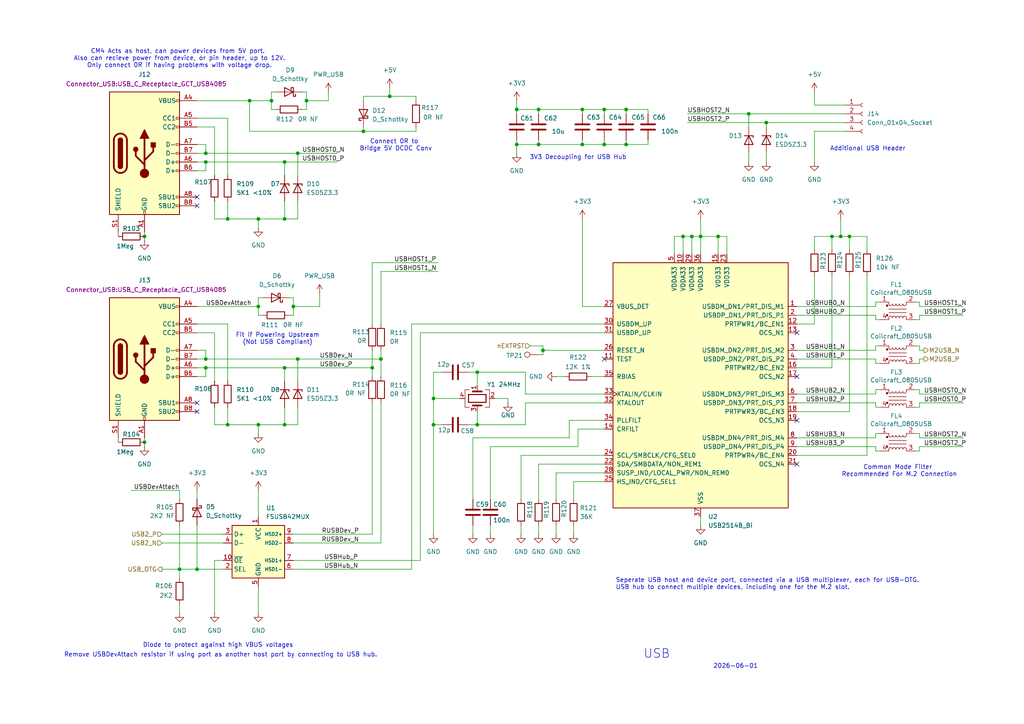
<source format=kicad_sch>
(kicad_sch (version 20231120) (generator "eeschema") (generator_version "8.0")
  (paper "A4")
  (lib_symbols
    (symbol "Connector:Conn_01x04_Socket" (pin_names (offset 1.016) hide)
      (property "Reference" "J" (at 0 5.08 0))
      (property "Value" "Conn_01x04_Socket" (at 0 -7.62 0))
      (symbol "Conn_01x04_Socket_1_1"
        (pin passive line (at -5.08 2.54 0) (length 3.81) (name "Pin_1") (number "1"))
        (pin passive line (at -5.08 0 0) (length 3.81) (name "Pin_2") (number "2"))
        (pin passive line (at -5.08 -2.54 0) (length 3.81) (name "Pin_3") (number "3"))
        (pin passive line (at -5.08 -5.08 0) (length 3.81) (name "Pin_4") (number "4"))
      )
    )
    (symbol "Connector:TestPoint" (pin_numbers hide) (pin_names (offset 0.762) hide)
      (property "Reference" "TP" (at 0 6.858 0))
      (property "Value" "TestPoint" (at 0 5.08 0))
      (symbol "TestPoint_1_1"
        (pin passive line (at 0 0 90) (length 2.54) (name "1") (number "1"))
      )
    )
    (symbol "Connector:USB_C_Receptacle_USB2.0_16P" (pin_names (offset 1.016))
      (property "Reference" "J" (at 0 22.225 0))
      (property "Value" "USB_C_Receptacle_USB2.0_16P" (at 0 19.685 0))
      (symbol "USB_C_Receptacle_USB2.0_16P_1_1"
        (pin passive line (at 0 -22.86 90) (length 5.08) (name "GND") (number "A1"))
        (pin passive line (at 0 -22.86 90) (length 5.08) hide (name "GND") (number "A12"))
        (pin passive line (at 15.24 15.24 180) (length 5.08) (name "VBUS") (number "A4"))
        (pin bidirectional line (at 15.24 10.16 180) (length 5.08) (name "CC1") (number "A5"))
        (pin bidirectional line (at 15.24 -2.54 180) (length 5.08) (name "D+") (number "A6"))
        (pin bidirectional line (at 15.24 2.54 180) (length 5.08) (name "D-") (number "A7"))
        (pin bidirectional line (at 15.24 -12.7 180) (length 5.08) (name "SBU1") (number "A8"))
        (pin passive line (at 15.24 15.24 180) (length 5.08) hide (name "VBUS") (number "A9"))
        (pin passive line (at 0 -22.86 90) (length 5.08) hide (name "GND") (number "B1"))
        (pin passive line (at 0 -22.86 90) (length 5.08) hide (name "GND") (number "B12"))
        (pin passive line (at 15.24 15.24 180) (length 5.08) hide (name "VBUS") (number "B4"))
        (pin bidirectional line (at 15.24 7.62 180) (length 5.08) (name "CC2") (number "B5"))
        (pin bidirectional line (at 15.24 -5.08 180) (length 5.08) (name "D+") (number "B6"))
        (pin bidirectional line (at 15.24 0 180) (length 5.08) (name "D-") (number "B7"))
        (pin bidirectional line (at 15.24 -15.24 180) (length 5.08) (name "SBU2") (number "B8"))
        (pin passive line (at 15.24 15.24 180) (length 5.08) hide (name "VBUS") (number "B9"))
        (pin passive line (at -7.62 -22.86 90) (length 5.08) (name "SHIELD") (number "S1"))
      )
    )
    (symbol "Device:C" (pin_numbers hide) (pin_names (offset 0.254))
      (property "Reference" "C" (at 0.635 2.54 0))
      (property "Value" "C" (at 0.635 -2.54 0))
      (symbol "C_1_1"
        (pin passive line (at 0 3.81 270) (length 2.794) (name "~") (number "1"))
        (pin passive line (at 0 -3.81 90) (length 2.794) (name "~") (number "2"))
      )
    )
    (symbol "Device:Crystal_GND24" (pin_names (offset 1.016) hide)
      (property "Reference" "Y" (at 3.175 5.08 0))
      (property "Value" "Crystal_GND24" (at 3.175 3.175 0))
      (symbol "Crystal_GND24_1_1"
        (pin passive line (at -3.81 0 0) (length 1.27) (name "1") (number "1"))
        (pin passive line (at 0 5.08 270) (length 1.27) (name "2") (number "2"))
        (pin passive line (at 3.81 0 180) (length 1.27) (name "3") (number "3"))
        (pin passive line (at 0 -5.08 90) (length 1.27) (name "4") (number "4"))
      )
    )
    (symbol "Device:D_Schottky" (pin_numbers hide) (pin_names (offset 1.016) hide)
      (property "Reference" "D" (at 0 2.54 0))
      (property "Value" "D_Schottky" (at 0 -2.54 0))
      (symbol "D_Schottky_1_1"
        (pin passive line (at -3.81 0 0) (length 2.54) (name "K") (number "1"))
        (pin passive line (at 3.81 0 180) (length 2.54) (name "A") (number "2"))
      )
    )
    (symbol "Device:R" (pin_numbers hide) (pin_names (offset 0))
      (property "Reference" "R" (at 2.032 0 90))
      (property "Value" "R" (at 0 0 90))
      (symbol "R_1_1"
        (pin passive line (at 0 3.81 270) (length 1.27) (name "~") (number "1"))
        (pin passive line (at 0 -3.81 90) (length 1.27) (name "~") (number "2"))
      )
    )
    (symbol "Diode:ESD5Zxx" (pin_numbers hide) (pin_names hide)
      (property "Reference" "D" (at 0 2.54 0))
      (property "Value" "ESD5Zxx" (at 0 -2.54 0))
      (symbol "ESD5Zxx_1_1"
        (pin passive line (at -3.81 0 0) (length 2.54) (name "K") (number "1"))
        (pin passive line (at 3.81 0 180) (length 2.54) (name "A") (number "2"))
      )
    )
    (symbol "Filter:Choke_Coilcraft_0603USB-222" (pin_names (offset 0.254) hide)
      (property "Reference" "FL" (at 0 4.445 0))
      (property "Value" "Choke_Coilcraft_0603USB-222" (at 0 -4.445 0))
      (symbol "Choke_Coilcraft_0603USB-222_1_1"
        (pin passive line (at -5.08 2.54 0) (length 2.54) (name "1") (number "1"))
        (pin passive line (at 5.08 2.54 180) (length 2.54) (name "2") (number "2"))
        (pin passive line (at 5.08 -2.54 180) (length 2.54) (name "3") (number "3"))
        (pin passive line (at -5.08 -2.54 0) (length 2.54) (name "4") (number "4"))
      )
    )
    (symbol "Interface_USB:FSUSB42MUX"
      (property "Reference" "U" (at -6.35 8.89 0))
      (property "Value" "FSUSB42MUX" (at 7.62 8.89 0))
      (symbol "FSUSB42MUX_1_1"
        (pin power_in line (at 0 10.16 270) (length 2.54) (name "VCC") (number "1"))
        (pin input line (at -10.16 -2.54 0) (length 2.54) (name "~{OE}") (number "10"))
        (pin input line (at -10.16 -5.08 0) (length 2.54) (name "SEL") (number "2"))
        (pin bidirectional line (at -10.16 5.08 0) (length 2.54) (name "D+") (number "3"))
        (pin bidirectional line (at -10.16 2.54 0) (length 2.54) (name "D-") (number "4"))
        (pin power_in line (at 0 -10.16 90) (length 2.54) (name "GND") (number "5"))
        (pin bidirectional line (at 10.16 -5.08 180) (length 2.54) (name "HSD1-") (number "6"))
        (pin bidirectional line (at 10.16 -2.54 180) (length 2.54) (name "HSD1+") (number "7"))
        (pin bidirectional line (at 10.16 2.54 180) (length 2.54) (name "HSD2-") (number "8"))
        (pin bidirectional line (at 10.16 5.08 180) (length 2.54) (name "HSD2+") (number "9"))
      )
    )
    (symbol "Interface_USB:USB2514B_Bi" (pin_names (offset 1.016))
      (property "Reference" "U" (at -17.78 40.64 0))
      (property "Value" "USB2514B_Bi" (at -20.32 38.1 0))
      (symbol "USB2514B_Bi_1_1"
        (pin bidirectional line (at 27.94 22.86 180) (length 2.54) (name "USBDM_DN1/PRT_DIS_M1") (number "1"))
        (pin power_in line (at -5.08 38.1 270) (length 2.54) (name "VDDA33") (number "10"))
        (pin input line (at -27.94 7.62 0) (length 2.54) (name "TEST") (number "11"))
        (pin bidirectional line (at 27.94 17.78 180) (length 2.54) (name "PRTPWR1/BC_EN1") (number "12"))
        (pin input line (at 27.94 15.24 180) (length 2.54) (name "OCS_N1") (number "13"))
        (pin input line (at -27.94 -12.7 0) (length 2.54) (name "CRFILT") (number "14"))
        (pin power_in line (at 5.08 38.1 270) (length 2.54) (name "VDD33") (number "15"))
        (pin bidirectional line (at 27.94 5.08 180) (length 2.54) (name "PRTPWR2/BC_EN2") (number "16"))
        (pin input line (at 27.94 2.54 180) (length 2.54) (name "OCS_N2") (number "17"))
        (pin bidirectional line (at 27.94 -7.62 180) (length 2.54) (name "PRTPWR3/BC_EN3") (number "18"))
        (pin input line (at 27.94 -10.16 180) (length 2.54) (name "OCS_N3") (number "19"))
        (pin bidirectional line (at 27.94 20.32 180) (length 2.54) (name "USBDP_DN1/PRT_DIS_P1") (number "2"))
        (pin bidirectional line (at 27.94 -20.32 180) (length 2.54) (name "PRTPWR4/BC_EN4") (number "20"))
        (pin input line (at 27.94 -22.86 180) (length 2.54) (name "OCS_N4") (number "21"))
        (pin bidirectional line (at -27.94 -22.86 0) (length 2.54) (name "SDA/SMBDATA/NON_REM1") (number "22"))
        (pin power_in line (at 7.62 38.1 270) (length 2.54) (name "VDD33") (number "23"))
        (pin bidirectional line (at -27.94 -20.32 0) (length 2.54) (name "SCL/SMBCLK/CFG_SEL0") (number "24"))
        (pin bidirectional line (at -27.94 -27.94 0) (length 2.54) (name "HS_IND/CFG_SEL1") (number "25"))
        (pin input line (at -27.94 10.16 0) (length 2.54) (name "RESET_N") (number "26"))
        (pin input line (at -27.94 22.86 0) (length 2.54) (name "VBUS_DET") (number "27"))
        (pin bidirectional line (at -27.94 -25.4 0) (length 2.54) (name "SUSP_IND/LOCAL_PWR/NON_REM0") (number "28"))
        (pin power_in line (at -2.54 38.1 270) (length 2.54) (name "VDDA33") (number "29"))
        (pin bidirectional line (at 27.94 10.16 180) (length 2.54) (name "USBDM_DN2/PRT_DIS_M2") (number "3"))
        (pin bidirectional line (at -27.94 17.78 0) (length 2.54) (name "USBDM_UP") (number "30"))
        (pin bidirectional line (at -27.94 15.24 0) (length 2.54) (name "USBDP_UP") (number "31"))
        (pin output line (at -27.94 -5.08 0) (length 2.54) (name "XTALOUT") (number "32"))
        (pin input clock (at -27.94 -2.54 0) (length 2.54) (name "XTALIN/CLKIN") (number "33"))
        (pin input line (at -27.94 -10.16 0) (length 2.54) (name "PLLFILT") (number "34"))
        (pin input line (at -27.94 2.54 0) (length 2.54) (name "RBIAS") (number "35"))
        (pin power_in line (at 0 38.1 270) (length 2.54) (name "VDDA33") (number "36"))
        (pin power_in line (at 0 -38.1 90) (length 2.54) (name "VSS") (number "37"))
        (pin bidirectional line (at 27.94 7.62 180) (length 2.54) (name "USBDP_DN2/PRT_DIS_P2") (number "4"))
        (pin power_in line (at -7.62 38.1 270) (length 2.54) (name "VDDA33") (number "5"))
        (pin bidirectional line (at 27.94 -2.54 180) (length 2.54) (name "USBDM_DN3/PRT_DIS_M3") (number "6"))
        (pin bidirectional line (at 27.94 -5.08 180) (length 2.54) (name "USBDP_DN3/PRT_DIS_P3") (number "7"))
        (pin bidirectional line (at 27.94 -15.24 180) (length 2.54) (name "USBDM_DN4/PRT_DIS_M4") (number "8"))
        (pin bidirectional line (at 27.94 -17.78 180) (length 2.54) (name "USBDP_DN4/PRT_DIS_P4") (number "9"))
      )
    )
    (symbol "power:+3V3" (power) (pin_numbers hide) (pin_names (offset 0) hide)
      (property "Value" "+3V3" (at 0 3.556 0))
      (symbol "+3V3_1_1"
        (pin power_in line (at 0 0 90) (length 0) (name "~") (number "1"))
      )
    )
    (symbol "power:+5V" (power) (pin_numbers hide) (pin_names (offset 0) hide)
      (property "Value" "+5V" (at 0 3.556 0))
      (symbol "+5V_1_1"
        (pin power_in line (at 0 0 90) (length 0) (name "~") (number "1"))
      )
    )
    (symbol "power:+5VP" (power) (pin_numbers hide) (pin_names (offset 0) hide)
      (property "Value" "+5VP" (at 0 3.556 0))
      (symbol "+5VP_1_1"
        (pin power_in line (at 0 0 90) (length 0) (name "~") (number "1"))
      )
    )
    (symbol "power:GND" (power) (pin_numbers hide) (pin_names (offset 0) hide)
      (property "Value" "GND" (at 0 -3.81 0))
      (symbol "GND_1_1"
        (pin power_in line (at 0 0 270) (length 0) (name "~") (number "1"))
      )
    )
  )
  (junction (at 59.69 104.14))
  (junction (at 74.93 123.19))
  (junction (at 105.41 38.1))
  (junction (at 74.93 63.5))
  (junction (at 86.36 104.14))
  (junction (at 82.55 106.68))
  (junction (at 198.12 68.58))
  (junction (at 175.26 31.75))
  (junction (at 222.25 35.56))
  (junction (at 107.95 106.68))
  (junction (at 72.39 29.21))
  (junction (at 181.61 41.91))
  (junction (at 208.28 68.58))
  (junction (at 59.69 46.99))
  (junction (at 57.15 165.1))
  (junction (at 82.55 123.19))
  (junction (at 168.91 31.75))
  (junction (at 66.04 123.19))
  (junction (at 74.93 88.9))
  (junction (at 52.07 165.1))
  (junction (at 125.73 123.19))
  (junction (at 149.86 41.91))
  (junction (at 82.55 46.99))
  (junction (at 157.48 101.6))
  (junction (at 66.04 63.5))
  (junction (at 78.74 29.21))
  (junction (at 125.73 115.57))
  (junction (at 86.36 44.45))
  (junction (at 156.21 41.91))
  (junction (at 59.69 106.68))
  (junction (at 82.55 63.5))
  (junction (at 113.03 27.94))
  (junction (at 110.49 104.14))
  (junction (at 175.26 41.91))
  (junction (at 88.9 29.21))
  (junction (at 149.86 31.75))
  (junction (at 168.91 41.91))
  (junction (at 138.43 107.95))
  (junction (at 41.91 68.58))
  (junction (at 156.21 31.75))
  (junction (at 181.61 31.75))
  (junction (at 85.09 88.9))
  (junction (at 138.43 123.19))
  (junction (at 41.91 128.27))
  (junction (at 243.84 68.58))
  (junction (at 59.69 44.45))
  (junction (at 241.3 68.58))
  (junction (at 246.38 68.58))
  (junction (at 217.17 33.02))
  (junction (at 203.2 68.58))
  (junction (at 200.66 68.58))
  (no_connect (at 231.14 109.22))
  (no_connect (at 231.14 121.92))
  (no_connect (at 231.14 134.62))
  (no_connect (at 57.15 57.15))
  (no_connect (at 231.14 96.52))
  (no_connect (at 175.26 104.14))
  (no_connect (at 57.15 59.69))
  (no_connect (at 57.15 116.84))
  (no_connect (at 57.15 119.38))
  (wire (pts (xy 254 105.41) (xy 255.27 105.41)))
  (wire (pts (xy 120.65 29.21) (xy 120.65 27.94)))
  (wire (pts (xy 175.26 93.98) (xy 119.38 93.98)))
  (wire (pts (xy 92.71 85.09) (xy 92.71 88.9)))
  (wire (pts (xy 59.69 104.14) (xy 86.36 104.14)))
  (wire (pts (xy 121.92 162.56) (xy 121.92 96.52)))
  (wire (pts (xy 254 92.71) (xy 254 91.44)))
  (wire (pts (xy 85.09 88.9) (xy 85.09 91.44)))
  (wire (pts (xy 187.96 40.64) (xy 187.96 41.91)))
  (wire (pts (xy 128.27 123.19) (xy 125.73 123.19)))
  (wire (pts (xy 66.04 93.98) (xy 66.04 110.49)))
  (wire (pts (xy 161.29 144.78) (xy 161.29 137.16)))
  (wire (pts (xy 74.93 63.5) (xy 82.55 63.5)))
  (wire (pts (xy 156.21 134.62) (xy 156.21 144.78)))
  (wire (pts (xy 149.86 41.91) (xy 156.21 41.91)))
  (wire (pts (xy 74.93 123.19) (xy 82.55 123.19)))
  (wire (pts (xy 265.43 105.41) (xy 266.7 105.41)))
  (wire (pts (xy 198.12 68.58) (xy 198.12 73.66)))
  (wire (pts (xy 203.2 68.58) (xy 203.2 73.66)))
  (wire (pts (xy 113.03 25.4) (xy 113.03 27.94)))
  (wire (pts (xy 59.69 49.53) (xy 59.69 46.99)))
  (wire (pts (xy 138.43 123.19) (xy 152.4 123.19)))
  (wire (pts (xy 254 87.63) (xy 255.27 87.63)))
  (wire (pts (xy 217.17 46.99) (xy 217.17 44.45)))
  (wire (pts (xy 128.27 107.95) (xy 125.73 107.95)))
  (wire (pts (xy 266.7 101.6) (xy 267.97 101.6)))
  (wire (pts (xy 236.22 80.01) (xy 236.22 93.98)))
  (wire (pts (xy 110.49 104.14) (xy 110.49 109.22)))
  (wire (pts (xy 254 87.63) (xy 254 88.9)))
  (wire (pts (xy 168.91 41.91) (xy 175.26 41.91)))
  (wire (pts (xy 62.23 36.83) (xy 57.15 36.83)))
  (wire (pts (xy 88.9 29.21) (xy 88.9 31.75)))
  (wire (pts (xy 66.04 93.98) (xy 57.15 93.98)))
  (wire (pts (xy 74.93 86.36) (xy 74.93 88.9)))
  (wire (pts (xy 266.7 88.9) (xy 279.4 88.9)))
  (wire (pts (xy 82.55 50.8) (xy 82.55 46.99)))
  (wire (pts (xy 266.7 113.03) (xy 266.7 114.3)))
  (wire (pts (xy 254 118.11) (xy 255.27 118.11)))
  (wire (pts (xy 142.24 154.94) (xy 142.24 152.4)))
  (wire (pts (xy 254 130.81) (xy 254 129.54)))
  (wire (pts (xy 82.55 110.49) (xy 82.55 106.68)))
  (wire (pts (xy 266.7 100.33) (xy 266.7 101.6)))
  (wire (pts (xy 251.46 68.58) (xy 251.46 72.39)))
  (wire (pts (xy 121.92 96.52) (xy 175.26 96.52)))
  (wire (pts (xy 82.55 46.99) (xy 97.79 46.99)))
  (wire (pts (xy 88.9 29.21) (xy 88.9 26.67)))
  (wire (pts (xy 95.25 26.67) (xy 95.25 29.21)))
  (wire (pts (xy 74.93 91.44) (xy 74.93 88.9)))
  (wire (pts (xy 138.43 107.95) (xy 138.43 111.76)))
  (wire (pts (xy 210.82 68.58) (xy 210.82 73.66)))
  (wire (pts (xy 57.15 44.45) (xy 59.69 44.45)))
  (wire (pts (xy 241.3 106.68) (xy 231.14 106.68)))
  (wire (pts (xy 52.07 152.4) (xy 52.07 165.1)))
  (wire (pts (xy 57.15 29.21) (xy 72.39 29.21)))
  (wire (pts (xy 199.39 35.56) (xy 222.25 35.56)))
  (wire (pts (xy 241.3 68.58) (xy 243.84 68.58)))
  (wire (pts (xy 82.55 63.5) (xy 86.36 63.5)))
  (wire (pts (xy 266.7 125.73) (xy 266.7 127)))
  (wire (pts (xy 59.69 101.6) (xy 57.15 101.6)))
  (wire (pts (xy 266.7 116.84) (xy 279.4 116.84)))
  (wire (pts (xy 105.41 29.21) (xy 105.41 27.94)))
  (wire (pts (xy 208.28 68.58) (xy 210.82 68.58)))
  (wire (pts (xy 241.3 80.01) (xy 241.3 106.68)))
  (wire (pts (xy 78.74 29.21) (xy 72.39 29.21)))
  (wire (pts (xy 246.38 68.58) (xy 251.46 68.58)))
  (wire (pts (xy 62.23 177.8) (xy 62.23 162.56)))
  (wire (pts (xy 88.9 31.75) (xy 87.63 31.75)))
  (wire (pts (xy 80.01 26.67) (xy 78.74 26.67)))
  (wire (pts (xy 254 91.44) (xy 231.14 91.44)))
  (wire (pts (xy 78.74 31.75) (xy 78.74 29.21)))
  (wire (pts (xy 152.4 114.3) (xy 175.26 114.3)))
  (wire (pts (xy 254 114.3) (xy 231.14 114.3)))
  (wire (pts (xy 161.29 152.4) (xy 161.29 154.94)))
  (wire (pts (xy 266.7 129.54) (xy 279.4 129.54)))
  (wire (pts (xy 236.22 72.39) (xy 236.22 68.58)))
  (wire (pts (xy 62.23 162.56) (xy 64.77 162.56)))
  (wire (pts (xy 231.14 127) (xy 254 127)))
  (wire (pts (xy 208.28 68.58) (xy 208.28 73.66)))
  (wire (pts (xy 175.26 121.92) (xy 165.1 121.92)))
  (wire (pts (xy 82.55 58.42) (xy 82.55 63.5)))
  (wire (pts (xy 66.04 118.11) (xy 66.04 123.19)))
  (wire (pts (xy 74.93 142.24) (xy 74.93 149.86)))
  (wire (pts (xy 41.91 128.27) (xy 41.91 129.54)))
  (wire (pts (xy 82.55 106.68) (xy 59.69 106.68)))
  (wire (pts (xy 266.7 114.3) (xy 279.4 114.3)))
  (wire (pts (xy 181.61 40.64) (xy 181.61 41.91)))
  (wire (pts (xy 168.91 33.02) (xy 168.91 31.75)))
  (wire (pts (xy 166.37 152.4) (xy 166.37 154.94)))
  (wire (pts (xy 82.55 106.68) (xy 107.95 106.68)))
  (wire (pts (xy 57.15 165.1) (xy 64.77 165.1)))
  (wire (pts (xy 46.99 165.1) (xy 52.07 165.1)))
  (wire (pts (xy 110.49 78.74) (xy 127 78.74)))
  (wire (pts (xy 137.16 154.94) (xy 137.16 152.4)))
  (wire (pts (xy 165.1 121.92) (xy 165.1 127)))
  (wire (pts (xy 86.36 118.11) (xy 86.36 123.19)))
  (wire (pts (xy 254 113.03) (xy 255.27 113.03)))
  (wire (pts (xy 236.22 26.67) (xy 236.22 30.48)))
  (wire (pts (xy 120.65 38.1) (xy 105.41 38.1)))
  (wire (pts (xy 62.23 58.42) (xy 62.23 63.5)))
  (wire (pts (xy 107.95 76.2) (xy 127 76.2)))
  (wire (pts (xy 86.36 58.42) (xy 86.36 63.5)))
  (wire (pts (xy 157.48 102.87) (xy 156.21 102.87)))
  (wire (pts (xy 254 125.73) (xy 255.27 125.73)))
  (wire (pts (xy 83.82 86.36) (xy 85.09 86.36)))
  (wire (pts (xy 66.04 63.5) (xy 62.23 63.5)))
  (wire (pts (xy 41.91 68.58) (xy 41.91 69.85)))
  (wire (pts (xy 125.73 115.57) (xy 125.73 123.19)))
  (wire (pts (xy 82.55 123.19) (xy 86.36 123.19)))
  (wire (pts (xy 254 92.71) (xy 255.27 92.71)))
  (wire (pts (xy 265.43 87.63) (xy 266.7 87.63)))
  (wire (pts (xy 175.26 31.75) (xy 181.61 31.75)))
  (wire (pts (xy 57.15 46.99) (xy 59.69 46.99)))
  (wire (pts (xy 85.09 91.44) (xy 83.82 91.44)))
  (wire (pts (xy 149.86 41.91) (xy 149.86 44.45)))
  (wire (pts (xy 62.23 96.52) (xy 57.15 96.52)))
  (wire (pts (xy 265.43 125.73) (xy 266.7 125.73)))
  (wire (pts (xy 41.91 127) (xy 41.91 128.27)))
  (wire (pts (xy 161.29 137.16) (xy 175.26 137.16)))
  (wire (pts (xy 135.89 107.95) (xy 138.43 107.95)))
  (wire (pts (xy 59.69 44.45) (xy 86.36 44.45)))
  (wire (pts (xy 88.9 26.67) (xy 87.63 26.67)))
  (wire (pts (xy 168.91 40.64) (xy 168.91 41.91)))
  (wire (pts (xy 152.4 116.84) (xy 152.4 123.19)))
  (wire (pts (xy 251.46 80.01) (xy 251.46 132.08)))
  (wire (pts (xy 266.7 118.11) (xy 266.7 116.84)))
  (wire (pts (xy 203.2 68.58) (xy 200.66 68.58)))
  (wire (pts (xy 119.38 93.98) (xy 119.38 165.1)))
  (wire (pts (xy 52.07 142.24) (xy 52.07 144.78)))
  (wire (pts (xy 66.04 123.19) (xy 62.23 123.19)))
  (wire (pts (xy 113.03 27.94) (xy 120.65 27.94)))
  (wire (pts (xy 41.91 67.31) (xy 41.91 68.58)))
  (wire (pts (xy 175.26 41.91) (xy 181.61 41.91)))
  (wire (pts (xy 52.07 165.1) (xy 52.07 167.64)))
  (wire (pts (xy 168.91 63.5) (xy 168.91 88.9)))
  (wire (pts (xy 266.7 127) (xy 279.4 127)))
  (wire (pts (xy 142.24 129.54) (xy 142.24 144.78)))
  (wire (pts (xy 246.38 68.58) (xy 246.38 72.39)))
  (wire (pts (xy 156.21 152.4) (xy 156.21 154.94)))
  (wire (pts (xy 52.07 175.26) (xy 52.07 177.8)))
  (wire (pts (xy 266.7 130.81) (xy 266.7 129.54)))
  (wire (pts (xy 85.09 86.36) (xy 85.09 88.9)))
  (wire (pts (xy 254 118.11) (xy 254 116.84)))
  (wire (pts (xy 254 116.84) (xy 231.14 116.84)))
  (wire (pts (xy 110.49 116.84) (xy 110.49 157.48)))
  (wire (pts (xy 246.38 80.01) (xy 246.38 119.38)))
  (wire (pts (xy 147.32 116.84) (xy 147.32 115.57)))
  (wire (pts (xy 241.3 68.58) (xy 241.3 72.39)))
  (wire (pts (xy 74.93 63.5) (xy 74.93 66.04)))
  (wire (pts (xy 265.43 100.33) (xy 266.7 100.33)))
  (wire (pts (xy 266.7 105.41) (xy 266.7 104.14)))
  (wire (pts (xy 266.7 87.63) (xy 266.7 88.9)))
  (wire (pts (xy 200.66 68.58) (xy 198.12 68.58)))
  (wire (pts (xy 34.29 67.31) (xy 34.29 68.58)))
  (wire (pts (xy 245.11 38.1) (xy 236.22 38.1)))
  (wire (pts (xy 175.26 88.9) (xy 168.91 88.9)))
  (wire (pts (xy 156.21 33.02) (xy 156.21 31.75)))
  (wire (pts (xy 149.86 29.21) (xy 149.86 31.75)))
  (wire (pts (xy 175.26 33.02) (xy 175.26 31.75)))
  (wire (pts (xy 135.89 123.19) (xy 138.43 123.19)))
  (wire (pts (xy 66.04 34.29) (xy 57.15 34.29)))
  (wire (pts (xy 254 88.9) (xy 231.14 88.9)))
  (wire (pts (xy 157.48 100.33) (xy 157.48 101.6)))
  (wire (pts (xy 171.45 109.22) (xy 175.26 109.22)))
  (wire (pts (xy 59.69 41.91) (xy 57.15 41.91)))
  (wire (pts (xy 85.09 162.56) (xy 121.92 162.56)))
  (wire (pts (xy 57.15 109.22) (xy 59.69 109.22)))
  (wire (pts (xy 208.28 68.58) (xy 203.2 68.58)))
  (wire (pts (xy 107.95 106.68) (xy 107.95 109.22)))
  (wire (pts (xy 105.41 38.1) (xy 72.39 38.1)))
  (wire (pts (xy 254 105.41) (xy 254 104.14)))
  (wire (pts (xy 222.25 35.56) (xy 222.25 36.83)))
  (wire (pts (xy 149.86 33.02) (xy 149.86 31.75)))
  (wire (pts (xy 74.93 123.19) (xy 66.04 123.19)))
  (wire (pts (xy 165.1 127) (xy 137.16 127)))
  (wire (pts (xy 95.25 29.21) (xy 88.9 29.21)))
  (wire (pts (xy 62.23 36.83) (xy 62.23 50.8)))
  (wire (pts (xy 254 100.33) (xy 254 101.6)))
  (wire (pts (xy 138.43 107.95) (xy 152.4 107.95)))
  (wire (pts (xy 175.26 116.84) (xy 152.4 116.84)))
  (wire (pts (xy 66.04 58.42) (xy 66.04 63.5)))
  (wire (pts (xy 107.95 93.98) (xy 107.95 76.2)))
  (wire (pts (xy 57.15 152.4) (xy 57.15 165.1)))
  (wire (pts (xy 86.36 110.49) (xy 86.36 104.14)))
  (wire (pts (xy 167.64 124.46) (xy 167.64 129.54)))
  (wire (pts (xy 181.61 33.02) (xy 181.61 31.75)))
  (wire (pts (xy 254 101.6) (xy 231.14 101.6)))
  (wire (pts (xy 59.69 104.14) (xy 59.69 101.6)))
  (wire (pts (xy 62.23 118.11) (xy 62.23 123.19)))
  (wire (pts (xy 119.38 165.1) (xy 85.09 165.1)))
  (wire (pts (xy 110.49 93.98) (xy 110.49 78.74)))
  (wire (pts (xy 80.01 31.75) (xy 78.74 31.75)))
  (wire (pts (xy 138.43 119.38) (xy 138.43 123.19)))
  (wire (pts (xy 125.73 123.19) (xy 125.73 154.94)))
  (wire (pts (xy 151.13 132.08) (xy 151.13 144.78)))
  (wire (pts (xy 137.16 127) (xy 137.16 144.78)))
  (wire (pts (xy 46.99 157.48) (xy 64.77 157.48)))
  (wire (pts (xy 62.23 96.52) (xy 62.23 110.49)))
  (wire (pts (xy 110.49 101.6) (xy 110.49 104.14)))
  (wire (pts (xy 157.48 101.6) (xy 175.26 101.6)))
  (wire (pts (xy 166.37 139.7) (xy 166.37 144.78)))
  (wire (pts (xy 74.93 123.19) (xy 74.93 125.73)))
  (wire (pts (xy 82.55 118.11) (xy 82.55 123.19)))
  (wire (pts (xy 120.65 36.83) (xy 120.65 38.1)))
  (wire (pts (xy 251.46 132.08) (xy 231.14 132.08)))
  (wire (pts (xy 105.41 38.1) (xy 105.41 36.83)))
  (wire (pts (xy 203.2 149.86) (xy 203.2 152.4)))
  (wire (pts (xy 149.86 31.75) (xy 156.21 31.75)))
  (wire (pts (xy 195.58 68.58) (xy 195.58 73.66)))
  (wire (pts (xy 57.15 142.24) (xy 57.15 144.78)))
  (wire (pts (xy 199.39 33.02) (xy 217.17 33.02)))
  (wire (pts (xy 243.84 68.58) (xy 246.38 68.58)))
  (wire (pts (xy 187.96 31.75) (xy 187.96 33.02)))
  (wire (pts (xy 254 130.81) (xy 255.27 130.81)))
  (wire (pts (xy 85.09 88.9) (xy 92.71 88.9)))
  (wire (pts (xy 175.26 139.7) (xy 166.37 139.7)))
  (wire (pts (xy 175.26 124.46) (xy 167.64 124.46)))
  (wire (pts (xy 133.35 115.57) (xy 125.73 115.57)))
  (wire (pts (xy 266.7 92.71) (xy 266.7 91.44)))
  (wire (pts (xy 74.93 63.5) (xy 66.04 63.5)))
  (wire (pts (xy 175.26 132.08) (xy 151.13 132.08)))
  (wire (pts (xy 167.64 129.54) (xy 142.24 129.54)))
  (wire (pts (xy 151.13 152.4) (xy 151.13 154.94)))
  (wire (pts (xy 217.17 33.02) (xy 245.11 33.02)))
  (wire (pts (xy 161.29 109.22) (xy 163.83 109.22)))
  (wire (pts (xy 254 125.73) (xy 254 127)))
  (wire (pts (xy 203.2 63.5) (xy 203.2 68.58)))
  (wire (pts (xy 198.12 68.58) (xy 195.58 68.58)))
  (wire (pts (xy 107.95 101.6) (xy 107.95 106.68)))
  (wire (pts (xy 181.61 31.75) (xy 187.96 31.75)))
  (wire (pts (xy 265.43 130.81) (xy 266.7 130.81)))
  (wire (pts (xy 78.74 26.67) (xy 78.74 29.21)))
  (wire (pts (xy 157.48 102.87) (xy 157.48 101.6)))
  (wire (pts (xy 231.14 93.98) (xy 236.22 93.98)))
  (wire (pts (xy 46.99 154.94) (xy 64.77 154.94)))
  (wire (pts (xy 156.21 41.91) (xy 168.91 41.91)))
  (wire (pts (xy 66.04 34.29) (xy 66.04 50.8)))
  (wire (pts (xy 265.43 113.03) (xy 266.7 113.03)))
  (wire (pts (xy 86.36 50.8) (xy 86.36 44.45)))
  (wire (pts (xy 254 104.14) (xy 231.14 104.14)))
  (wire (pts (xy 59.69 109.22) (xy 59.69 106.68)))
  (wire (pts (xy 254 100.33) (xy 255.27 100.33)))
  (wire (pts (xy 76.2 91.44) (xy 74.93 91.44)))
  (wire (pts (xy 82.55 46.99) (xy 59.69 46.99)))
  (wire (pts (xy 254 129.54) (xy 231.14 129.54)))
  (wire (pts (xy 168.91 31.75) (xy 175.26 31.75)))
  (wire (pts (xy 57.15 49.53) (xy 59.69 49.53)))
  (wire (pts (xy 147.32 115.57) (xy 143.51 115.57)))
  (wire (pts (xy 175.26 134.62) (xy 156.21 134.62)))
  (wire (pts (xy 236.22 38.1) (xy 236.22 46.99)))
  (wire (pts (xy 217.17 33.02) (xy 217.17 36.83)))
  (wire (pts (xy 265.43 92.71) (xy 266.7 92.71)))
  (wire (pts (xy 152.4 107.95) (xy 152.4 114.3)))
  (wire (pts (xy 125.73 107.95) (xy 125.73 115.57)))
  (wire (pts (xy 85.09 154.94) (xy 107.95 154.94)))
  (wire (pts (xy 74.93 170.18) (xy 74.93 177.8)))
  (wire (pts (xy 59.69 44.45) (xy 59.69 41.91)))
  (wire (pts (xy 265.43 118.11) (xy 266.7 118.11)))
  (wire (pts (xy 222.25 35.56) (xy 245.11 35.56)))
  (wire (pts (xy 113.03 27.94) (xy 105.41 27.94)))
  (wire (pts (xy 57.15 106.68) (xy 59.69 106.68)))
  (wire (pts (xy 156.21 40.64) (xy 156.21 41.91)))
  (wire (pts (xy 74.93 88.9) (xy 57.15 88.9)))
  (wire (pts (xy 52.07 165.1) (xy 57.15 165.1)))
  (wire (pts (xy 86.36 44.45) (xy 97.79 44.45)))
  (wire (pts (xy 266.7 91.44) (xy 279.4 91.44)))
  (wire (pts (xy 72.39 29.21) (xy 72.39 38.1)))
  (wire (pts (xy 76.2 86.36) (xy 74.93 86.36)))
  (wire (pts (xy 156.21 31.75) (xy 168.91 31.75)))
  (wire (pts (xy 243.84 63.5) (xy 243.84 68.58)))
  (wire (pts (xy 187.96 41.91) (xy 181.61 41.91)))
  (wire (pts (xy 38.1 142.24) (xy 52.07 142.24)))
  (wire (pts (xy 246.38 119.38) (xy 231.14 119.38)))
  (wire (pts (xy 222.25 44.45) (xy 222.25 46.99)))
  (wire (pts (xy 86.36 104.14) (xy 110.49 104.14)))
  (wire (pts (xy 254 113.03) (xy 254 114.3)))
  (wire (pts (xy 149.86 40.64) (xy 149.86 41.91)))
  (wire (pts (xy 153.67 100.33) (xy 157.48 100.33)))
  (wire (pts (xy 200.66 68.58) (xy 200.66 73.66)))
  (wire (pts (xy 34.29 127) (xy 34.29 128.27)))
  (wire (pts (xy 266.7 104.14) (xy 267.97 104.14)))
  (wire (pts (xy 110.49 157.48) (xy 85.09 157.48)))
  (wire (pts (xy 245.11 30.48) (xy 236.22 30.48)))
  (wire (pts (xy 107.95 116.84) (xy 107.95 154.94)))
  (wire (pts (xy 57.15 104.14) (xy 59.69 104.14)))
  (wire (pts (xy 236.22 68.58) (xy 241.3 68.58)))
  (wire (pts (xy 175.26 40.64) (xy 175.26 41.91)))
  (text "Diode to protect against high VBUS voltages" (at 63.246 187.198 0) (effects (font (size 1.27 1.27))))
  (text "3V3 Decoupling for USB Hub\n" (at 167.64 45.72 0) (effects (font (size 1.27 1.27))))
  (text "Common Mode Filter \nRecommended For M.2 Connection" (at 260.858 136.652 0) (effects (font (size 1.27 1.27))))
  (text "Seperate USB host and device port, connected via a USB multiplexer, each for USB-OTG.\nUSB hub to connect multiple devices, including one for the M.2 slot." (at 178.562 169.418 0) (effects (font (size 1.27 1.27)) (justify left)))
  (text "USB\n" (at 190.5 189.738 0) (effects (font (size 2.54 2.54))))
  (text "Additional USB Header" (at 251.714 43.18 0) (effects (font (size 1.27 1.27))))
  (text "Connect 0R to \nBridge 5V DCDC Conv" (at 114.808 42.164 0) (effects (font (size 1.27 1.27))))
  (text "CM4 Acts as host, can power devices from 5V port. \nAlso can recieve power from device, or pin header, up to 12V.\nOnly connect 0R if having problems with voltage drop." (at 52.07 17.018 0) (effects (font (size 1.27 1.27))))
  (text "Fit if Powering Upstream\n(Not USB Compliant)" (at 80.518 98.298 0) (effects (font (size 1.27 1.27))))
  (text "Remove USBDevAttach resistor if using port as another host port by connecting to USB hub." (at 64.008 189.992 0) (effects (font (size 1.27 1.27))))
  (text "${CURRENT_DATE}" (at 213.36 193.294 0) (effects (font (size 1.27 1.27))))
  (label "USBHOST2_N" (at 199.39 33.02 0))
  (label "USBHOST2_P" (at 267.97 129.54 0))
  (label "USBHUB2_P" (at 233.68 116.84 0))
  (label "USBHUB1_P" (at 233.68 104.14 0))
  (label "USBHOST1_P" (at 114.3 76.2 0))
  (label "USBDev_P" (at 92.71 106.68 0))
  (label "USBHub_N" (at 93.98 165.1 0))
  (label "USBHOST0_N" (at 267.97 114.3 0))
  (label "USBHUB3_P" (at 233.68 129.54 0))
  (label "USBHOST0_P" (at 87.63 46.99 0))
  (label "USBHOST0_N" (at 87.63 44.45 0))
  (label "USBHOST1_P" (at 267.97 91.44 0))
  (label "USBHOST2_P" (at 199.39 35.56 0))
  (label "USBHub_P" (at 93.98 162.56 0))
  (label "USBDev_N" (at 92.71 104.14 0))
  (label "USBHUB0_N" (at 233.68 88.9 0))
  (label "USBHUB2_N" (at 233.68 114.3 0))
  (label "USBHUB1_N" (at 233.68 101.6 0))
  (label "RUSBDev_P" (at 104.14 154.94 180))
  (label "USBHUB3_N" (at 233.68 127 0))
  (label "USBDevAttach" (at 59.69 88.9 0))
  (label "USBHOST2_N" (at 267.97 127 0))
  (label "RUSBDev_N" (at 104.14 157.48 180))
  (label "USBHOST1_N" (at 267.97 88.9 0))
  (label "USBHUB0_P" (at 233.68 91.44 0))
  (label "USBHOST1_N" (at 114.3 78.74 0))
  (label "USBHOST0_P" (at 267.97 116.84 0))
  (label "USBDevAttach" (at 52.07 142.24 180))
  (hierarchical_label "USB2_P" (shape input) (at 46.99 154.94 180))
  (hierarchical_label "USB2_N" (shape input) (at 46.99 157.48 180))
  (hierarchical_label "M2USB_N" (shape output) (at 267.97 101.6 0))
  (hierarchical_label "nEXTRST" (shape input) (at 153.67 100.33 180))
  (hierarchical_label "M2USB_P" (shape output) (at 267.97 104.14 0))
  (hierarchical_label "USB_OTG" (shape output) (at 46.99 165.1 180))
  (symbol (lib_id "Filter:Choke_Coilcraft_0603USB-222") (at 260.35 102.87 0) (unit 1)
    (property "Reference" "FL2" (at 259.969 95.25 0))
    (property "Value" "Coilcraft_0805USB" (at 261.366 97.536 0))
    (property "Footprint" "Inductor_SMD:L_CommonModeChoke_Coilcraft_0805USB" (effects (hide yes)))
  )
  (symbol (lib_id "Device:C") (at 181.61 36.83 0) (unit 1)
    (property "Reference" "C65" (at 183.134 34.036 0) (effects (justify left)))
    (property "Value" "100n" (effects (hide yes)))
    (property "Footprint" "Capacitor_SMD:C_0603_1608Metric" (effects (hide yes)))
    (property "Description" "Unpolarized capacitor" (effects (hide yes)))
  )
  (symbol (lib_id "Device:C") (at 137.16 148.59 0) (unit 1)
    (property "Reference" "C59" (at 137.922 146.304 0) (effects (justify left)))
    (property "Value" "100n" (effects (hide yes)))
    (property "Footprint" "Capacitor_SMD:C_0603_1608Metric" (effects (hide yes)))
    (property "Description" "Unpolarized capacitor" (effects (hide yes)))
  )
  (symbol (lib_id "Filter:Choke_Coilcraft_0603USB-222") (at 260.35 128.27 0) (unit 1)
    (property "Reference" "FL4" (at 259.969 120.65 0))
    (property "Value" "Coilcraft_0805USB" (at 261.366 122.936 0))
    (property "Footprint" "Inductor_SMD:L_CommonModeChoke_Coilcraft_0805USB" (effects (hide yes)))
  )
  (symbol (lib_id "power:GND") (at 161.29 154.94 0) (unit 1)
    (property "Reference" "#PWR0121" (effects (hide yes)))
    (property "Value" "GND" (at 161.29 160.02 0))
    (property "Description" "Power symbol creates a global label with name \"GND\" , ground" (effects (hide yes)))
  )
  (symbol (lib_id "power:+3V3") (at 243.84 63.5 0) (unit 1)
    (property "Reference" "#PWR0130" (effects (hide yes)))
    (property "Value" "+3V3" (at 243.84 58.42 0))
    (property "Description" "Power symbol creates a global label with name \"+3V3\"" (effects (hide yes)))
  )
  (symbol (lib_id "power:GND") (at 203.2 152.4 0) (unit 1)
    (property "Reference" "#PWR0125" (effects (hide yes)))
    (property "Value" "GND" (at 203.2 157.48 0))
    (property "Description" "Power symbol creates a global label with name \"GND\" , ground" (effects (hide yes)))
  )
  (symbol (lib_id "Device:R") (at 236.22 76.2 0) (unit 1)
    (property "Reference" "R123" (at 238.76 78.232 90) (effects (justify left)))
    (property "Value" "10k NF" (effects (hide yes)))
    (property "Footprint" "Resistor_SMD:R_0603_1608Metric" (effects (hide yes)))
    (property "Description" "Resistor" (effects (hide yes)))
  )
  (symbol (lib_id "Device:R") (at 110.49 97.79 0) (unit 1)
    (property "Reference" "R115" (at 113.03 96.5199 0) (effects (justify left)))
    (property "Value" "0R" (at 113.03 99.0599 0) (effects (justify left)))
    (property "Footprint" "Resistor_SMD:R_0603_1608Metric" (effects (hide yes)))
    (property "Description" "Resistor" (effects (hide yes)))
  )
  (symbol (lib_id "Device:R") (at 80.01 91.44 90) (unit 1)
    (property "Reference" "R111" (at 78.232 94.234 90))
    (property "Value" "0R NF" (at 85.09 94.234 90))
    (property "Footprint" "Resistor_SMD:R_2512_6332Metric_Pad1.40x3.35mm_HandSolder" (effects (hide yes)))
    (property "Description" "Resistor" (effects (hide yes)))
  )
  (symbol (lib_id "Device:Crystal_GND24") (at 138.43 115.57 270) (unit 1)
    (property "Reference" "Y1" (at 142.494 111.506 90))
    (property "Value" "24MHz" (at 147.828 111.506 90))
    (property "Footprint" "Crystal:Crystal_SMD_SeikoEpson_FA238-4Pin_3.2x2.5mm" (effects (hide yes)))
    (property "Description" "Four pin crystal, GND on pins 2 and 4" (effects (hide yes)))
  )
  (symbol (lib_id "Device:R") (at 52.07 171.45 0) (unit 1)
    (property "Reference" "R106" (at 44.958 169.926 0) (effects (justify left)))
    (property "Value" "2K2" (at 46.228 172.72 0) (effects (justify left)))
    (property "Footprint" "Resistor_SMD:R_0603_1608Metric" (effects (hide yes)))
    (property "Description" "Resistor" (effects (hide yes)))
  )
  (symbol (lib_id "Connector:USB_C_Receptacle_USB2.0_16P") (at 41.91 104.14 0) (unit 1)
    (property "Reference" "J13" (at 41.91 81.28 0))
    (property "Value" "USB_C_Receptacle_USB2.0_16P" (effects (hide yes)))
    (property "Footprint" "Connector_USB:USB_C_Receptacle_GCT_USB4085" (at 42.418 83.312 0) (effects (justify top)))
    (property "Datasheet" "https://www.usb.org/sites/default/files/documents/usb_type-c.zip" (effects (hide yes)))
    (property "Description" "USB 2.0-only 16P Type-C Receptacle connector" (effects (hide yes)))
  )
  (symbol (lib_id "Diode:ESD5Zxx") (at 86.36 114.3 270) (unit 1)
    (property "Reference" "D11" (at 88.9 113.0299 90) (effects (justify left)))
    (property "Value" "ESD5Z3.3" (at 88.9 115.5699 90) (effects (justify left)))
    (property "Footprint" "Diode_SMD:D_SOD-523" (effects (hide yes)))
    (property "Datasheet" "https://www.onsemi.com/pdf/datasheet/esd5z2.5t1-d.pdf" (effects (hide yes)))
    (property "Description" "ESD Protection Diode, SOD-523" (effects (hide yes)))
  )
  (symbol (lib_id "power:+5VP") (at 95.25 26.67 0) (unit 1)
    (property "Reference" "#PWR0110" (effects (hide yes)))
    (property "Value" "PWR_USB" (at 95.25 21.59 0))
    (property "Description" "Power symbol creates a global label with name \"+5VP\"" (effects (hide yes)))
  )
  (symbol (lib_id "Device:R") (at 156.21 148.59 0) (unit 1)
    (property "Reference" "R119" (at 158.496 150.368 90) (effects (justify left)))
    (property "Value" "36K" (effects (hide yes)))
    (property "Footprint" "Resistor_SMD:R_0603_1608Metric" (effects (hide yes)))
    (property "Description" "Resistor" (effects (hide yes)))
  )
  (symbol (lib_id "Device:R") (at 151.13 148.59 0) (unit 1)
    (property "Reference" "R118" (at 153.67 150.368 90) (effects (justify left)))
    (property "Value" "36K" (effects (hide yes)))
    (property "Footprint" "Resistor_SMD:R_0603_1608Metric" (effects (hide yes)))
    (property "Description" "Resistor" (effects (hide yes)))
  )
  (symbol (lib_id "Device:R") (at 241.3 76.2 0) (unit 1)
    (property "Reference" "R124" (at 243.586 77.978 90) (effects (justify left)))
    (property "Value" "10k NF" (effects (hide yes)))
    (property "Footprint" "Resistor_SMD:R_0603_1608Metric" (effects (hide yes)))
    (property "Description" "Resistor" (effects (hide yes)))
  )
  (symbol (lib_id "power:+3V3") (at 74.93 142.24 0) (unit 1)
    (property "Reference" "#PWR0107" (effects (hide yes)))
    (property "Value" "+3V3" (at 74.93 137.16 0))
    (property "Description" "Power symbol creates a global label with name \"+3V3\"" (effects (hide yes)))
  )
  (symbol (lib_id "Filter:Choke_Coilcraft_0603USB-222") (at 260.35 90.17 0) (unit 1)
    (property "Reference" "FL1" (at 259.969 82.55 0))
    (property "Value" "Coilcraft_0805USB" (at 261.366 84.836 0))
    (property "Footprint" "Inductor_SMD:L_CommonModeChoke_Coilcraft_0805USB" (effects (hide yes)))
  )
  (symbol (lib_id "Device:C") (at 156.21 36.83 0) (unit 1)
    (property "Reference" "C62" (at 157.734 34.29 0) (effects (justify left)))
    (property "Value" "10u" (at 160.02 38.0999 0) (effects (justify left)))
    (property "Footprint" "Capacitor_SMD:C_0805_2012Metric" (effects (hide yes)))
    (property "Description" "Unpolarized capacitor" (effects (hide yes)))
  )
  (symbol (lib_id "Device:C") (at 142.24 148.59 0) (unit 1)
    (property "Reference" "C60" (at 143.002 146.304 0) (effects (justify left)))
    (property "Value" "100n" (at 143.002 150.876 0) (effects (justify left)))
    (property "Footprint" "Capacitor_SMD:C_0603_1608Metric" (effects (hide yes)))
    (property "Description" "Unpolarized capacitor" (effects (hide yes)))
  )
  (symbol (lib_id "power:GND") (at 142.24 154.94 0) (unit 1)
    (property "Reference" "#PWR0114" (effects (hide yes)))
    (property "Value" "GND" (at 142.24 160.02 0))
    (property "Description" "Power symbol creates a global label with name \"GND\" , ground" (effects (hide yes)))
  )
  (symbol (lib_id "power:GND") (at 52.07 177.8 0) (unit 1)
    (property "Reference" "#PWR0102" (effects (hide yes)))
    (property "Value" "GND" (at 52.07 182.88 0))
    (property "Description" "Power symbol creates a global label with name \"GND\" , ground" (effects (hide yes)))
  )
  (symbol (lib_id "power:+3V3") (at 57.15 142.24 0) (unit 1)
    (property "Reference" "#PWR0103" (effects (hide yes)))
    (property "Value" "+3V3" (at 57.15 137.16 0))
    (property "Description" "Power symbol creates a global label with name \"+3V3\"" (effects (hide yes)))
  )
  (symbol (lib_id "power:+3V3") (at 168.91 63.5 0) (unit 1)
    (property "Reference" "#PWR0123" (effects (hide yes)))
    (property "Value" "+3V3" (at 168.91 58.42 0))
    (property "Description" "Power symbol creates a global label with name \"+3V3\"" (effects (hide yes)))
  )
  (symbol (lib_id "power:GND") (at 236.22 46.99 0) (unit 1)
    (property "Reference" "#PWR0129" (effects (hide yes)))
    (property "Value" "GND" (at 236.22 52.07 0))
    (property "Description" "Power symbol creates a global label with name \"GND\" , ground" (effects (hide yes)))
  )
  (symbol (lib_id "Connector:Conn_01x04_Socket") (at 250.19 33.02 0) (unit 1)
    (property "Reference" "J14" (at 251.46 33.0199 0) (effects (justify left)))
    (property "Value" "Conn_01x04_Socket" (at 251.46 35.5599 0) (effects (justify left)))
    (property "Footprint" "Connector_PinHeader_1.27mm:PinHeader_1x04_P1.27mm_Vertical" (effects (hide yes)))
    (property "Description" "Generic connector, single row, 01x04, script generated" (effects (hide yes)))
  )
  (symbol (lib_id "Device:R") (at 167.64 109.22 90) (unit 1)
    (property "Reference" "R122" (at 167.64 103.632 90))
    (property "Value" "12K 1%" (at 167.64 106.426 90))
    (property "Footprint" "Resistor_SMD:R_0603_1608Metric" (effects (hide yes)))
    (property "Description" "Resistor" (effects (hide yes)))
  )
  (symbol (lib_id "Device:C") (at 187.96 36.83 0) (unit 1)
    (property "Reference" "C66" (at 189.23 34.036 0) (effects (justify left)))
    (property "Value" "100n" (at 191.77 38.0999 0) (effects (justify left)))
    (property "Footprint" "Capacitor_SMD:C_0603_1608Metric" (effects (hide yes)))
    (property "Description" "Unpolarized capacitor" (effects (hide yes)))
  )
  (symbol (lib_id "power:GND") (at 125.73 154.94 0) (unit 1)
    (property "Reference" "#PWR0112" (effects (hide yes)))
    (property "Value" "GND" (at 125.73 160.02 0))
    (property "Description" "Power symbol creates a global label with name \"GND\" , ground" (effects (hide yes)))
  )
  (symbol (lib_id "power:GND") (at 137.16 154.94 0) (unit 1)
    (property "Reference" "#PWR0113" (effects (hide yes)))
    (property "Value" "GND" (at 137.16 160.02 0))
    (property "Description" "Power symbol creates a global label with name \"GND\" , ground" (effects (hide yes)))
  )
  (symbol (lib_id "power:GND") (at 74.93 177.8 0) (unit 1)
    (property "Reference" "#PWR0108" (effects (hide yes)))
    (property "Value" "GND" (at 74.93 182.88 0))
    (property "Description" "Power symbol creates a global label with name \"GND\" , ground" (effects (hide yes)))
  )
  (symbol (lib_id "Device:R") (at 161.29 148.59 0) (unit 1)
    (property "Reference" "R120" (at 163.576 150.114 90) (effects (justify left)))
    (property "Value" "36K" (effects (hide yes)))
    (property "Footprint" "Resistor_SMD:R_0603_1608Metric" (effects (hide yes)))
    (property "Description" "Resistor" (effects (hide yes)))
  )
  (symbol (lib_id "Device:R") (at 110.49 113.03 0) (unit 1)
    (property "Reference" "R116" (at 113.03 111.7599 0) (effects (justify left)))
    (property "Value" "0R NF" (at 113.03 114.2999 0) (effects (justify left)))
    (property "Footprint" "Resistor_SMD:R_0603_1608Metric" (effects (hide yes)))
    (property "Description" "Resistor" (effects (hide yes)))
  )
  (symbol (lib_id "Device:C") (at 132.08 107.95 270) (unit 1)
    (property "Reference" "C57" (at 133.858 105.918 90) (effects (justify left)))
    (property "Value" "12p" (at 126.746 105.664 90) (effects (justify left)))
    (property "Footprint" "Capacitor_SMD:C_0603_1608Metric" (effects (hide yes)))
    (property "Description" "Unpolarized capacitor" (effects (hide yes)))
  )
  (symbol (lib_id "Interface_USB:FSUSB42MUX") (at 74.93 160.02 0) (unit 1)
    (property "Reference" "U1" (at 77.1241 147.32 0) (effects (justify left)))
    (property "Value" "FSUSB42MUX" (at 77.1241 149.86 0) (effects (justify left)))
    (property "Footprint" "Package_SO:MSOP-10_3x3mm_P0.5mm" (effects (hide yes)))
    (property "Datasheet" "https://www.onsemi.com/pub/Collateral/FSUSB42-D.PDF" (effects (hide yes)))
    (property "Description" "Low-Power, Two-Port, High-Speed, USB2.0 (480Mbps) or UART Switch, MSOP-10" (effects (hide yes)))
  )
  (symbol (lib_id "power:GND") (at 151.13 154.94 0) (unit 1)
    (property "Reference" "#PWR0118" (effects (hide yes)))
    (property "Value" "GND" (at 151.13 160.02 0))
    (property "Description" "Power symbol creates a global label with name \"GND\" , ground" (effects (hide yes)))
  )
  (symbol (lib_id "Connector:TestPoint") (at 156.21 102.87 90) (unit 1)
    (property "Reference" "TP21" (at 146.812 103.124 90) (effects (justify right)))
    (property "Value" "TestPoint" (effects (hide yes)))
    (property "Footprint" "TestPoint:TestPoint_Pad_1.0x1.0mm" (effects (hide yes)))
    (property "Description" "test point" (effects (hide yes)))
  )
  (symbol (lib_id "Device:D_Schottky") (at 83.82 26.67 180) (unit 1)
    (property "Reference" "D9" (at 84.1375 20.32 0))
    (property "Value" "D_Schottky" (at 84.1375 22.86 0))
    (property "Footprint" "Diode_SMD:D_SMA" (effects (hide yes)))
    (property "Description" "Schottky diode" (effects (hide yes)))
  )
  (symbol (lib_id "power:+5V") (at 149.86 29.21 0) (unit 1)
    (property "Reference" "#PWR0116" (effects (hide yes)))
    (property "Value" "+3V3" (at 149.86 24.13 0))
    (property "Description" "Power symbol creates a global label with name \"+5V\"" (effects (hide yes)))
  )
  (symbol (lib_id "power:GND") (at 41.91 129.54 0) (unit 1)
    (property "Reference" "#PWR0101" (effects (hide yes)))
    (property "Value" "GND" (at 41.91 134.62 0))
    (property "Description" "Power symbol creates a global label with name \"GND\" , ground" (effects (hide yes)))
  )
  (symbol (lib_id "power:GND") (at 222.25 46.99 0) (unit 1)
    (property "Reference" "#PWR0127" (effects (hide yes)))
    (property "Value" "GND" (at 222.25 52.07 0))
    (property "Description" "Power symbol creates a global label with name \"GND\" , ground" (effects (hide yes)))
  )
  (symbol (lib_id "Filter:Choke_Coilcraft_0603USB-222") (at 260.35 115.57 0) (unit 1)
    (property "Reference" "FL3" (at 259.969 107.95 0))
    (property "Value" "Coilcraft_0805USB" (at 261.366 110.236 0))
    (property "Footprint" "Inductor_SMD:L_CommonModeChoke_Coilcraft_0805USB" (effects (hide yes)))
  )
  (symbol (lib_id "Device:R") (at 166.37 148.59 0) (unit 1)
    (property "Reference" "R121" (at 168.148 147.32 0) (effects (justify left)))
    (property "Value" "36K" (at 168.148 149.86 0) (effects (justify left)))
    (property "Footprint" "Resistor_SMD:R_0603_1608Metric" (effects (hide yes)))
    (property "Description" "Resistor" (effects (hide yes)))
  )
  (symbol (lib_id "power:GND") (at 149.86 44.45 0) (unit 1)
    (property "Reference" "#PWR0117" (effects (hide yes)))
    (property "Value" "GND" (at 149.86 49.53 0))
    (property "Description" "Power symbol creates a global label with name \"GND\" , ground" (effects (hide yes)))
  )
  (symbol (lib_id "Device:D_Schottky") (at 80.01 86.36 180) (unit 1)
    (property "Reference" "D6" (at 80.3275 80.01 0))
    (property "Value" "D_Schottky" (at 80.3275 82.55 0))
    (property "Footprint" "Diode_SMD:D_SMA" (effects (hide yes)))
    (property "Description" "Schottky diode" (effects (hide yes)))
  )
  (symbol (lib_id "power:+5V") (at 236.22 26.67 0) (unit 1)
    (property "Reference" "#PWR0128" (effects (hide yes)))
    (property "Value" "+5V" (at 236.22 21.59 0))
    (property "Description" "Power symbol creates a global label with name \"+5V\"" (effects (hide yes)))
  )
  (symbol (lib_id "power:+3V3") (at 113.03 25.4 0) (unit 1)
    (property "Reference" "#PWR0111" (effects (hide yes)))
    (property "Value" "+5V" (at 113.03 20.32 0))
    (property "Description" "Power symbol creates a global label with name \"+3V3\"" (effects (hide yes)))
  )
  (symbol (lib_id "Device:C") (at 168.91 36.83 0) (unit 1)
    (property "Reference" "C63" (at 170.18 34.036 0) (effects (justify left)))
    (property "Value" "100n" (effects (hide yes)))
    (property "Footprint" "Capacitor_SMD:C_0603_1608Metric" (effects (hide yes)))
    (property "Description" "Unpolarized capacitor" (effects (hide yes)))
  )
  (symbol (lib_id "power:+3V3") (at 203.2 63.5 0) (unit 1)
    (property "Reference" "#PWR0124" (effects (hide yes)))
    (property "Value" "+3V3" (at 203.2 58.42 0))
    (property "Description" "Power symbol creates a global label with name \"+3V3\"" (effects (hide yes)))
  )
  (symbol (lib_id "Device:R") (at 38.1 128.27 90) (unit 1)
    (property "Reference" "R104" (at 38.1 125.984 90))
    (property "Value" "1Meg" (at 36.322 131.064 90))
    (property "Footprint" "Resistor_SMD:R_0805_2012Metric" (effects (hide yes)))
    (property "Description" "Resistor" (effects (hide yes)))
  )
  (symbol (lib_id "Device:R") (at 66.04 54.61 0) (unit 1)
    (property "Reference" "R109" (at 68.58 53.3399 0) (effects (justify left)))
    (property "Value" "5K1 <10%" (at 68.58 55.8799 0) (effects (justify left)))
    (property "Footprint" "Resistor_SMD:R_0603_1608Metric" (effects (hide yes)))
    (property "Description" "Resistor" (effects (hide yes)))
  )
  (symbol (lib_id "power:GND") (at 166.37 154.94 0) (unit 1)
    (property "Reference" "#PWR0122" (effects (hide yes)))
    (property "Value" "GND" (at 166.37 160.02 0))
    (property "Description" "Power symbol creates a global label with name \"GND\" , ground" (effects (hide yes)))
  )
  (symbol (lib_id "power:GND") (at 161.29 109.22 270) (unit 1)
    (property "Reference" "#PWR0120" (effects (hide yes)))
    (property "Value" "GND" (at 157.48 109.2199 90) (effects (justify right)))
    (property "Description" "Power symbol creates a global label with name \"GND\" , ground" (effects (hide yes)))
  )
  (symbol (lib_id "Device:R") (at 251.46 76.2 0) (unit 1)
    (property "Reference" "R126" (at 254 74.9299 0) (effects (justify left)))
    (property "Value" "10k NF" (at 254 77.4699 0) (effects (justify left)))
    (property "Footprint" "Resistor_SMD:R_0603_1608Metric" (effects (hide yes)))
    (property "Description" "Resistor" (effects (hide yes)))
  )
  (symbol (lib_id "Interface_USB:USB2514B_Bi") (at 203.2 111.76 0) (unit 1)
    (property "Reference" "U2" (at 205.3941 149.86 0) (effects (justify left)))
    (property "Value" "USB2514B_Bi" (at 205.3941 152.4 0) (effects (justify left)))
    (property "Footprint" "Package_DFN_QFN:QFN-36-1EP_6x6mm_P0.5mm_EP3.7x3.7mm" (effects (hide yes)))
    (property "Datasheet" "http://ww1.microchip.com/downloads/en/DeviceDoc/00001692C.pdf" (effects (hide yes)))
    (property "Description" "USB 2.0 Hi-Speed Hub Controller" (effects (hide yes)))
  )
  (symbol (lib_id "Diode:ESD5Zxx") (at 82.55 114.3 270) (unit 1)
    (property "Reference" "D8" (at 78.486 113.03 90) (effects (justify left)))
    (property "Value" "ESD5Z3.3" (effects (hide yes)))
    (property "Footprint" "Diode_SMD:D_SOD-523" (effects (hide yes)))
    (property "Datasheet" "https://www.onsemi.com/pdf/datasheet/esd5z2.5t1-d.pdf" (effects (hide yes)))
    (property "Description" "ESD Protection Diode, SOD-523" (effects (hide yes)))
  )
  (symbol (lib_id "Device:C") (at 132.08 123.19 270) (unit 1)
    (property "Reference" "C58" (at 133.604 124.968 90) (effects (justify left)))
    (property "Value" "12p" (at 127 124.714 90) (effects (justify left)))
    (property "Footprint" "Capacitor_SMD:C_0603_1608Metric" (effects (hide yes)))
    (property "Description" "Unpolarized capacitor" (effects (hide yes)))
  )
  (symbol (lib_id "Diode:ESD5Zxx") (at 86.36 54.61 270) (unit 1)
    (property "Reference" "D10" (at 88.9 53.3399 90) (effects (justify left)))
    (property "Value" "ESD5Z3.3" (at 88.9 55.8799 90) (effects (justify left)))
    (property "Footprint" "Diode_SMD:D_SOD-523" (effects (hide yes)))
    (property "Datasheet" "https://www.onsemi.com/pdf/datasheet/esd5z2.5t1-d.pdf" (effects (hide yes)))
    (property "Description" "ESD Protection Diode, SOD-523" (effects (hide yes)))
  )
  (symbol (lib_id "Connector:USB_C_Receptacle_USB2.0_16P") (at 41.91 44.45 0) (unit 1)
    (property "Reference" "J12" (at 41.91 21.59 0))
    (property "Value" "USB_C_Receptacle_USB2.0_16P" (effects (hide yes)))
    (property "Footprint" "Connector_USB:USB_C_Receptacle_GCT_USB4085" (at 42.418 23.622 0) (effects (justify top)))
    (property "Datasheet" "https://www.usb.org/sites/default/files/documents/usb_type-c.zip" (effects (hide yes)))
    (property "Description" "USB 2.0-only 16P Type-C Receptacle connector" (effects (hide yes)))
  )
  (symbol (lib_id "power:GND") (at 147.32 116.84 0) (unit 1)
    (property "Reference" "#PWR0115" (effects (hide yes)))
    (property "Value" "GND" (at 147.32 120.396 0))
    (property "Description" "Power symbol creates a global label with name \"GND\" , ground" (effects (hide yes)))
  )
  (symbol (lib_id "Device:R") (at 120.65 33.02 0) (unit 1)
    (property "Reference" "R117" (at 124.714 31.242 0))
    (property "Value" "0R NF" (at 125.73 34.036 0))
    (property "Footprint" "Resistor_SMD:R_2512_6332Metric_Pad1.40x3.35mm_HandSolder" (effects (hide yes)))
    (property "Description" "Resistor" (effects (hide yes)))
  )
  (symbol (lib_id "Device:R") (at 62.23 114.3 0) (unit 1)
    (property "Reference" "R108" (at 56.388 112.776 0) (effects (justify left)))
    (property "Value" "5K1 <10%" (effects (hide yes)))
    (property "Footprint" "Resistor_SMD:R_0603_1608Metric" (effects (hide yes)))
    (property "Description" "Resistor" (effects (hide yes)))
  )
  (symbol (lib_id "power:GND") (at 217.17 46.99 0) (unit 1)
    (property "Reference" "#PWR0126" (effects (hide yes)))
    (property "Value" "GND" (at 217.17 52.07 0))
    (property "Description" "Power symbol creates a global label with name \"GND\" , ground" (effects (hide yes)))
  )
  (symbol (lib_id "power:GND") (at 74.93 125.73 0) (unit 1)
    (property "Reference" "#PWR0106" (effects (hide yes)))
    (property "Value" "GND" (at 74.93 130.81 0))
    (property "Description" "Power symbol creates a global label with name \"GND\" , ground" (effects (hide yes)))
  )
  (symbol (lib_id "power:+5VP") (at 92.71 85.09 0) (unit 1)
    (property "Reference" "#PWR0109" (effects (hide yes)))
    (property "Value" "PWR_USB" (at 92.71 80.01 0))
    (property "Description" "Power symbol creates a global label with name \"+5VP\"" (effects (hide yes)))
  )
  (symbol (lib_id "Device:C") (at 149.86 36.83 0) (unit 1)
    (property "Reference" "C61" (at 150.876 34.29 0) (effects (justify left)))
    (property "Value" "10u" (effects (hide yes)))
    (property "Footprint" "Capacitor_SMD:C_0805_2012Metric" (effects (hide yes)))
    (property "Description" "Unpolarized capacitor" (effects (hide yes)))
  )
  (symbol (lib_id "Device:R") (at 62.23 54.61 0) (unit 1)
    (property "Reference" "R107" (at 56.388 52.832 0) (effects (justify left)))
    (property "Value" "5K1 <10%" (effects (hide yes)))
    (property "Footprint" "Resistor_SMD:R_0603_1608Metric" (effects (hide yes)))
    (property "Description" "Resistor" (effects (hide yes)))
  )
  (symbol (lib_id "Device:D_Schottky") (at 105.41 33.02 90) (unit 1)
    (property "Reference" "D12" (at 107.95 32.0674 90) (effects (justify right)))
    (property "Value" "D_Schottky" (at 107.95 34.6074 90) (effects (justify right)))
    (property "Footprint" "Diode_SMD:D_SMA" (effects (hide yes)))
    (property "Description" "Schottky diode" (effects (hide yes)))
  )
  (symbol (lib_id "Device:R") (at 83.82 31.75 90) (unit 1)
    (property "Reference" "R112" (at 82.55 34.544 90))
    (property "Value" "0R NF" (at 89.408 34.544 90))
    (property "Footprint" "Resistor_SMD:R_2512_6332Metric_Pad1.40x3.35mm_HandSolder" (effects (hide yes)))
    (property "Description" "Resistor" (effects (hide yes)))
  )
  (symbol (lib_id "Device:R") (at 66.04 114.3 0) (unit 1)
    (property "Reference" "R110" (at 68.58 113.0299 0) (effects (justify left)))
    (property "Value" "5K1 <10%" (at 68.58 115.5699 0) (effects (justify left)))
    (property "Footprint" "Resistor_SMD:R_0603_1608Metric" (effects (hide yes)))
    (property "Description" "Resistor" (effects (hide yes)))
  )
  (symbol (lib_id "Diode:ESD5Zxx") (at 82.55 54.61 270) (unit 1)
    (property "Reference" "D7" (at 78.486 53.34 90) (effects (justify left)))
    (property "Value" "ESD5Z3.3" (effects (hide yes)))
    (property "Footprint" "Diode_SMD:D_SOD-523" (effects (hide yes)))
    (property "Datasheet" "https://www.onsemi.com/pdf/datasheet/esd5z2.5t1-d.pdf" (effects (hide yes)))
    (property "Description" "ESD Protection Diode, SOD-523" (effects (hide yes)))
  )
  (symbol (lib_id "Device:R") (at 107.95 113.03 0) (unit 1)
    (property "Reference" "R114" (at 102.108 111.506 0) (effects (justify left)))
    (property "Value" "0R NF" (at 100.076 114.046 0) (effects (justify left)))
    (property "Footprint" "Resistor_SMD:R_0603_1608Metric" (effects (hide yes)))
    (property "Description" "Resistor" (effects (hide yes)))
  )
  (symbol (lib_id "power:GND") (at 41.91 69.85 0) (unit 1)
    (property "Reference" "#PWR0100" (effects (hide yes)))
    (property "Value" "GND" (at 41.91 74.93 0))
    (property "Description" "Power symbol creates a global label with name \"GND\" , ground" (effects (hide yes)))
  )
  (symbol (lib_id "Device:D_Schottky") (at 57.15 148.59 270) (unit 1)
    (property "Reference" "D5" (at 59.69 147.0024 90) (effects (justify left)))
    (property "Value" "D_Schottky" (at 59.69 149.5424 90) (effects (justify left)))
    (property "Footprint" "Diode_SMD:D_SOD-323F" (effects (hide yes)))
    (property "Description" "Schottky diode" (effects (hide yes)))
  )
  (symbol (lib_id "power:GND") (at 156.21 154.94 0) (unit 1)
    (property "Reference" "#PWR0119" (effects (hide yes)))
    (property "Value" "GND" (at 156.21 160.02 0))
    (property "Description" "Power symbol creates a global label with name \"GND\" , ground" (effects (hide yes)))
  )
  (symbol (lib_id "Device:R") (at 52.07 148.59 0) (unit 1)
    (property "Reference" "R105" (at 45.212 147.066 0) (effects (justify left)))
    (property "Value" "2K2 NF" (at 43.434 149.606 0) (effects (justify left)))
    (property "Footprint" "Resistor_SMD:R_0603_1608Metric" (effects (hide yes)))
    (property "Description" "Resistor" (effects (hide yes)))
  )
  (symbol (lib_id "Diode:ESD5Zxx") (at 222.25 40.64 270) (unit 1)
    (property "Reference" "D14" (at 224.79 39.3699 90) (effects (justify left)))
    (property "Value" "ESD5Z3.3" (at 224.79 41.9099 90) (effects (justify left)))
    (property "Footprint" "Diode_SMD:D_SOD-523" (effects (hide yes)))
    (property "Datasheet" "https://www.onsemi.com/pdf/datasheet/esd5z2.5t1-d.pdf" (effects (hide yes)))
    (property "Description" "ESD Protection Diode, SOD-523" (effects (hide yes)))
  )
  (symbol (lib_id "Diode:ESD5Zxx") (at 217.17 40.64 270) (unit 1)
    (property "Reference" "D13" (at 211.328 39.37 90) (effects (justify left)))
    (property "Value" "ESD5Z3.3" (effects (hide yes)))
    (property "Footprint" "Diode_SMD:D_SOD-523" (effects (hide yes)))
    (property "Datasheet" "https://www.onsemi.com/pdf/datasheet/esd5z2.5t1-d.pdf" (effects (hide yes)))
    (property "Description" "ESD Protection Diode, SOD-523" (effects (hide yes)))
  )
  (symbol (lib_id "Device:R") (at 38.1 68.58 90) (unit 1)
    (property "Reference" "R103" (at 38.1 66.294 90))
    (property "Value" "1Meg" (at 36.322 71.374 90))
    (property "Footprint" "Resistor_SMD:R_0805_2012Metric" (effects (hide yes)))
    (property "Description" "Resistor" (effects (hide yes)))
  )
  (symbol (lib_id "Device:R") (at 246.38 76.2 0) (unit 1)
    (property "Reference" "R125" (at 248.92 77.978 90) (effects (justify left)))
    (property "Value" "10k NF" (effects (hide yes)))
    (property "Footprint" "Resistor_SMD:R_0603_1608Metric" (effects (hide yes)))
    (property "Description" "Resistor" (effects (hide yes)))
  )
  (symbol (lib_id "Device:R") (at 107.95 97.79 0) (unit 1)
    (property "Reference" "R113" (at 102.108 96.266 0) (effects (justify left)))
    (property "Value" "0R" (at 103.632 98.806 0) (effects (justify left)))
    (property "Footprint" "Resistor_SMD:R_0603_1608Metric" (effects (hide yes)))
    (property "Description" "Resistor" (effects (hide yes)))
  )
  (symbol (lib_id "power:GND") (at 62.23 177.8 0) (unit 1)
    (property "Reference" "#PWR0104" (effects (hide yes)))
    (property "Value" "GND" (at 62.23 182.88 0))
    (property "Description" "Power symbol creates a global label with name \"GND\" , ground" (effects (hide yes)))
  )
  (symbol (lib_id "power:GND") (at 74.93 66.04 0) (unit 1)
    (property "Reference" "#PWR0105" (effects (hide yes)))
    (property "Value" "GND" (at 74.93 71.12 0))
    (property "Description" "Power symbol creates a global label with name \"GND\" , ground" (effects (hide yes)))
  )
  (symbol (lib_id "Device:C") (at 175.26 36.83 0) (unit 1)
    (property "Reference" "C64" (at 176.53 34.036 0) (effects (justify left)))
    (property "Value" "100n" (effects (hide yes)))
    (property "Footprint" "Capacitor_SMD:C_0603_1608Metric" (effects (hide yes)))
    (property "Description" "Unpolarized capacitor" (effects (hide yes)))
  )
)
</source>
